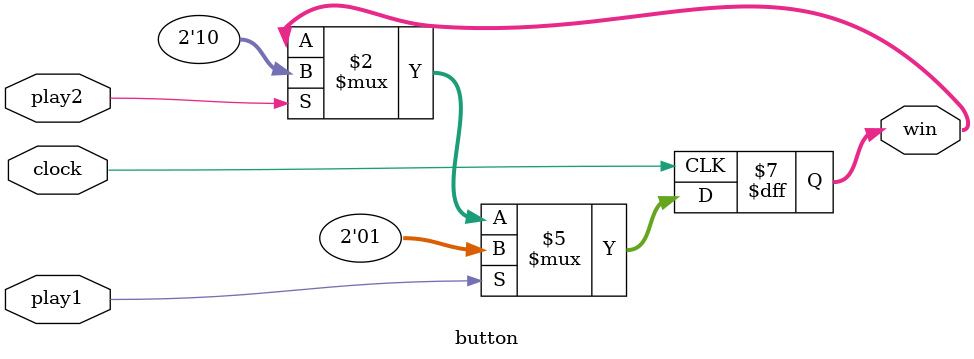
<source format=v>
module button (clock,play1,play2,win);
  input clock;
  input play1, play2;
  output reg[1:0] win ;
  always@(posedge clock)
	 begin
			  if(play1)
					win <= 2'b01;
			  else if(play2)
					win <= 2'b10;
	 end
endmodule
</source>
